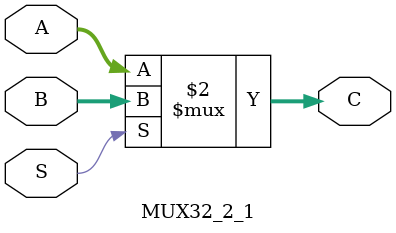
<source format=v>
`timescale 1ns / 1ps
module MUX32_2_1(A,B,S,C);
input [31:0] A,B;
input S;
output [31:0] C;
assign C=(S==0)?A:B;
endmodule
</source>
